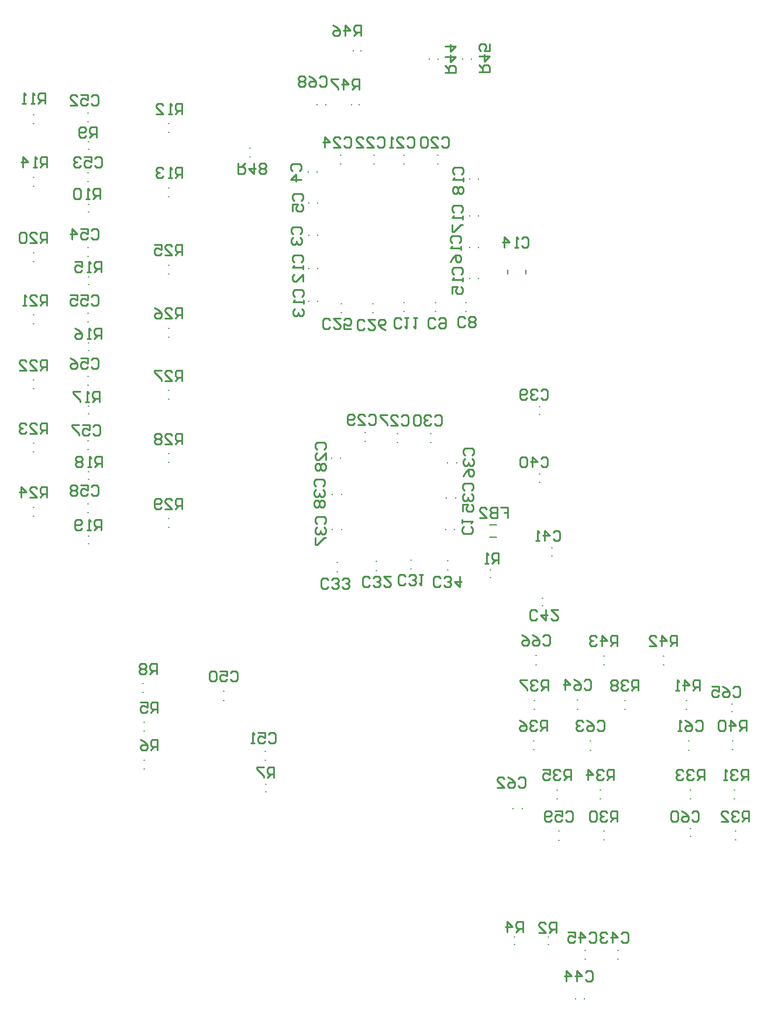
<source format=gbo>
%FSTAX23Y23*%
%MOIN*%
%SFA1B1*%

%IPPOS*%
%ADD42C,0.010000*%
%ADD47C,0.007874*%
%ADD79C,0.005000*%
%LNpcb_take2-1-1*%
%LPD*%
G54D42*
X0347Y0797D02*
Y0791D01*
X035*
X0351Y0792*
Y0794*
X035Y0795*
X0347*
X0349D02*
X0351Y0797D01*
X03559D02*
Y0791D01*
X0353Y0794*
X03569*
X03589Y0792D02*
X03599Y0791D01*
X03619*
X03629Y0792*
Y0793*
X03619Y0794*
X03629Y0795*
Y0796*
X03619Y0797*
X03599*
X03589Y0796*
Y0795*
X03599Y0794*
X03589Y0793*
Y0792*
X03599Y0794D02*
X03619D01*
X0416Y0839D02*
Y0845D01*
X04131*
X04121Y0844*
Y0842*
X04131Y0841*
X0416*
X04141D02*
X04121Y0839D01*
X04071D02*
Y0845D01*
X04101Y0842*
X04061*
X04041Y0845D02*
X04001D01*
Y0844*
X04041Y084*
Y0839*
X0417Y08695D02*
Y08755D01*
X04141*
X04131Y08745*
Y08725*
X04141Y08715*
X0417*
X04151D02*
X04131Y08695D01*
X04081D02*
Y08755D01*
X04111Y08725*
X04071*
X04011Y08755D02*
X04031Y08745D01*
X04051Y08725*
Y08705*
X04041Y08695*
X04021*
X04011Y08705*
Y08715*
X04021Y08725*
X04051*
X04845Y0849D02*
X04905D01*
Y0852*
X04895Y0853*
X04875*
X04865Y0852*
Y0849*
Y0851D02*
X04845Y0853D01*
Y08579D02*
X04905D01*
X04875Y0855*
Y08589*
X04905Y08649D02*
Y08609D01*
X04875*
X04885Y08629*
Y08639*
X04875Y08649*
X04855*
X04845Y08639*
Y08619*
X04855Y08609*
X0465Y08485D02*
X0471D01*
Y08515*
X047Y08525*
X0468*
X0467Y08515*
Y08485*
Y08505D02*
X0465Y08525D01*
Y08574D02*
X0471D01*
X0468Y08545*
Y08584*
X0465Y08634D02*
X0471D01*
X0468Y08604*
Y08644*
X05632Y05218D02*
Y05277D01*
X05602*
X05593Y05268*
Y05248*
X05602Y05238*
X05632*
X05612D02*
X05593Y05218D01*
X05543D02*
Y05277D01*
X05573Y05248*
X05533*
X05513Y05268D02*
X05503Y05277D01*
X05483*
X05473Y05268*
Y05258*
X05483Y05248*
X05493*
X05483*
X05473Y05238*
Y05228*
X05483Y05218*
X05503*
X05513Y05228*
X05972Y05218D02*
Y05277D01*
X05942*
X05933Y05268*
Y05248*
X05942Y05238*
X05972*
X05952D02*
X05933Y05218D01*
X05883D02*
Y05277D01*
X05913Y05248*
X05873*
X05813Y05218D02*
X05853D01*
X05813Y05258*
Y05268*
X05823Y05277*
X05843*
X05853Y05268*
X06102Y04965D02*
Y05025D01*
X06072*
X06063Y05015*
Y04995*
X06072Y04985*
X06102*
X06082D02*
X06063Y04965D01*
X06013D02*
Y05025D01*
X06043Y04995*
X06003*
X05983Y04965D02*
X05963D01*
X05973*
Y05025*
X05983Y05015*
X06367Y04735D02*
Y04795D01*
X06337*
X06328Y04785*
Y04765*
X06337Y04755*
X06367*
X06347D02*
X06328Y04735D01*
X06278D02*
Y04795D01*
X06308Y04765*
X06268*
X06248Y04785D02*
X06238Y04795D01*
X06218*
X06208Y04785*
Y04745*
X06218Y04735*
X06238*
X06248Y04745*
Y04785*
X05752Y04965D02*
Y05025D01*
X05722*
X05713Y05015*
Y04995*
X05722Y04985*
X05752*
X05732D02*
X05713Y04965D01*
X05693Y05015D02*
X05683Y05025D01*
X05663*
X05653Y05015*
Y05005*
X05663Y04995*
X05673*
X05663*
X05653Y04985*
Y04975*
X05663Y04965*
X05683*
X05693Y04975*
X05633Y05015D02*
X05623Y05025D01*
X05603*
X05593Y05015*
Y05005*
X05603Y04995*
X05593Y04985*
Y04975*
X05603Y04965*
X05623*
X05633Y04975*
Y04985*
X05623Y04995*
X05633Y05005*
Y05015*
X05623Y04995D02*
X05603D01*
X05237Y04965D02*
Y05025D01*
X05207*
X05198Y05015*
Y04995*
X05207Y04985*
X05237*
X05217D02*
X05198Y04965D01*
X05178Y05015D02*
X05168Y05025D01*
X05148*
X05138Y05015*
Y05005*
X05148Y04995*
X05158*
X05148*
X05138Y04985*
Y04975*
X05148Y04965*
X05168*
X05178Y04975*
X05118Y05025D02*
X05078D01*
Y05015*
X05118Y04975*
Y04965*
X05232Y04735D02*
Y04795D01*
X05202*
X05193Y04785*
Y04765*
X05202Y04755*
X05232*
X05212D02*
X05193Y04735D01*
X05173Y04785D02*
X05163Y04795D01*
X05143*
X05133Y04785*
Y04775*
X05143Y04765*
X05153*
X05143*
X05133Y04755*
Y04745*
X05143Y04735*
X05163*
X05173Y04745*
X05073Y04795D02*
X05093Y04785D01*
X05113Y04765*
Y04745*
X05103Y04735*
X05083*
X05073Y04745*
Y04755*
X05083Y04765*
X05113*
X05367Y04455D02*
Y04515D01*
X05337*
X05328Y04505*
Y04485*
X05337Y04475*
X05367*
X05347D02*
X05328Y04455D01*
X05308Y04505D02*
X05298Y04515D01*
X05278*
X05268Y04505*
Y04495*
X05278Y04485*
X05288*
X05278*
X05268Y04475*
Y04465*
X05278Y04455*
X05298*
X05308Y04465*
X05208Y04515D02*
X05248D01*
Y04485*
X05228Y04495*
X05218*
X05208Y04485*
Y04465*
X05218Y04455*
X05238*
X05248Y04465*
X05612Y04455D02*
Y04515D01*
X05582*
X05573Y04505*
Y04485*
X05582Y04475*
X05612*
X05592D02*
X05573Y04455D01*
X05553Y04505D02*
X05543Y04515D01*
X05523*
X05513Y04505*
Y04495*
X05523Y04485*
X05533*
X05523*
X05513Y04475*
Y04465*
X05523Y04455*
X05543*
X05553Y04465*
X05463Y04455D02*
Y04515D01*
X05493Y04485*
X05453*
X06127Y04455D02*
Y04515D01*
X06097*
X06088Y04505*
Y04485*
X06097Y04475*
X06127*
X06107D02*
X06088Y04455D01*
X06068Y04505D02*
X06058Y04515D01*
X06038*
X06028Y04505*
Y04495*
X06038Y04485*
X06048*
X06038*
X06028Y04475*
Y04465*
X06038Y04455*
X06058*
X06068Y04465*
X06008Y04505D02*
X05998Y04515D01*
X05978*
X05968Y04505*
Y04495*
X05978Y04485*
X05988*
X05978*
X05968Y04475*
Y04465*
X05978Y04455*
X05998*
X06008Y04465*
X06382Y0422D02*
Y0428D01*
X06352*
X06343Y0427*
Y0425*
X06352Y0424*
X06382*
X06362D02*
X06343Y0422D01*
X06323Y0427D02*
X06313Y0428D01*
X06293*
X06283Y0427*
Y0426*
X06293Y0425*
X06303*
X06293*
X06283Y0424*
Y0423*
X06293Y0422*
X06313*
X06323Y0423*
X06223Y0422D02*
X06263D01*
X06223Y0426*
Y0427*
X06233Y0428*
X06253*
X06263Y0427*
X06377Y04455D02*
Y04515D01*
X06347*
X06338Y04505*
Y04485*
X06347Y04475*
X06377*
X06357D02*
X06338Y04455D01*
X06318Y04505D02*
X06308Y04515D01*
X06288*
X06278Y04505*
Y04495*
X06288Y04485*
X06298*
X06288*
X06278Y04475*
Y04465*
X06288Y04455*
X06308*
X06318Y04465*
X06258Y04455D02*
X06238D01*
X06248*
Y04515*
X06258Y04505*
X05632Y0422D02*
Y0428D01*
X05602*
X05593Y0427*
Y0425*
X05602Y0424*
X05632*
X05612D02*
X05593Y0422D01*
X05573Y0427D02*
X05563Y0428D01*
X05543*
X05533Y0427*
Y0426*
X05543Y0425*
X05553*
X05543*
X05533Y0424*
Y0423*
X05543Y0422*
X05563*
X05573Y0423*
X05513Y0427D02*
X05503Y0428D01*
X05483*
X05473Y0427*
Y0423*
X05483Y0422*
X05503*
X05513Y0423*
Y0427*
X03152Y06D02*
Y0606D01*
X03122*
X03113Y0605*
Y0603*
X03122Y0602*
X03152*
X03132D02*
X03113Y06D01*
X03053D02*
X03093D01*
X03053Y0604*
Y0605*
X03063Y0606*
X03083*
X03093Y0605*
X03033Y0601D02*
X03023Y06D01*
X03003*
X02993Y0601*
Y0605*
X03003Y0606*
X03023*
X03033Y0605*
Y0604*
X03023Y0603*
X02993*
X03152Y0637D02*
Y0643D01*
X03122*
X03113Y0642*
Y064*
X03122Y0639*
X03152*
X03132D02*
X03113Y0637D01*
X03053D02*
X03093D01*
X03053Y0641*
Y0642*
X03063Y0643*
X03083*
X03093Y0642*
X03033D02*
X03023Y0643D01*
X03003*
X02993Y0642*
Y0641*
X03003Y064*
X02993Y0639*
Y0638*
X03003Y0637*
X03023*
X03033Y0638*
Y0639*
X03023Y064*
X03033Y0641*
Y0642*
X03023Y064D02*
X03003D01*
X03152Y0673D02*
Y0679D01*
X03122*
X03113Y0678*
Y0676*
X03122Y0675*
X03152*
X03132D02*
X03113Y0673D01*
X03053D02*
X03093D01*
X03053Y0677*
Y0678*
X03063Y0679*
X03083*
X03093Y0678*
X03033Y0679D02*
X02993D01*
Y0678*
X03033Y0674*
Y0673*
X03152Y07085D02*
Y07145D01*
X03122*
X03113Y07135*
Y07115*
X03122Y07105*
X03152*
X03132D02*
X03113Y07085D01*
X03053D02*
X03093D01*
X03053Y07125*
Y07135*
X03063Y07145*
X03083*
X03093Y07135*
X02993Y07145D02*
X03013Y07135D01*
X03033Y07115*
Y07095*
X03023Y07085*
X03003*
X02993Y07095*
Y07105*
X03003Y07115*
X03033*
X03152Y07445D02*
Y07505D01*
X03122*
X03113Y07495*
Y07475*
X03122Y07465*
X03152*
X03132D02*
X03113Y07445D01*
X03053D02*
X03093D01*
X03053Y07485*
Y07495*
X03063Y07505*
X03083*
X03093Y07495*
X02993Y07505D02*
X03033D01*
Y07475*
X03013Y07485*
X03003*
X02993Y07475*
Y07455*
X03003Y07445*
X03023*
X03033Y07455*
X02382Y06065D02*
Y06125D01*
X02352*
X02343Y06115*
Y06095*
X02352Y06085*
X02382*
X02362D02*
X02343Y06065D01*
X02283D02*
X02323D01*
X02283Y06105*
Y06115*
X02293Y06125*
X02313*
X02323Y06115*
X02233Y06065D02*
Y06125D01*
X02263Y06095*
X02223*
X02382Y0643D02*
Y0649D01*
X02352*
X02343Y0648*
Y0646*
X02352Y0645*
X02382*
X02362D02*
X02343Y0643D01*
X02283D02*
X02323D01*
X02283Y0647*
Y0648*
X02293Y0649*
X02313*
X02323Y0648*
X02263D02*
X02253Y0649D01*
X02233*
X02223Y0648*
Y0647*
X02233Y0646*
X02243*
X02233*
X02223Y0645*
Y0644*
X02233Y0643*
X02253*
X02263Y0644*
X02382Y0679D02*
Y0685D01*
X02352*
X02343Y0684*
Y0682*
X02352Y0681*
X02382*
X02362D02*
X02343Y0679D01*
X02283D02*
X02323D01*
X02283Y0683*
Y0684*
X02293Y0685*
X02313*
X02323Y0684*
X02223Y0679D02*
X02263D01*
X02223Y0683*
Y0684*
X02233Y0685*
X02253*
X02263Y0684*
X02382Y0716D02*
Y0722D01*
X02352*
X02343Y0721*
Y0719*
X02352Y0718*
X02382*
X02362D02*
X02343Y0716D01*
X02283D02*
X02323D01*
X02283Y072*
Y0721*
X02293Y0722*
X02313*
X02323Y0721*
X02263Y0716D02*
X02243D01*
X02253*
Y0722*
X02263Y0721*
X02382Y07515D02*
Y07575D01*
X02352*
X02343Y07565*
Y07545*
X02352Y07535*
X02382*
X02362D02*
X02343Y07515D01*
X02283D02*
X02323D01*
X02283Y07555*
Y07565*
X02293Y07575*
X02313*
X02323Y07565*
X02263D02*
X02253Y07575D01*
X02233*
X02223Y07565*
Y07525*
X02233Y07515*
X02253*
X02263Y07525*
Y07565*
X0269Y0588D02*
Y0594D01*
X0266*
X0265Y0593*
Y0591*
X0266Y059*
X0269*
X0267D02*
X0265Y0588D01*
X0263D02*
X0261D01*
X0262*
Y0594*
X0263Y0593*
X0258Y0589D02*
X0257Y0588D01*
X0255*
X0254Y0589*
Y0593*
X0255Y0594*
X0257*
X0258Y0593*
Y0592*
X0257Y0591*
X0254*
X02695Y0624D02*
Y063D01*
X02665*
X02655Y0629*
Y0627*
X02665Y0626*
X02695*
X02675D02*
X02655Y0624D01*
X02635D02*
X02615D01*
X02625*
Y063*
X02635Y0629*
X02585D02*
X02575Y063D01*
X02555*
X02545Y0629*
Y0628*
X02555Y0627*
X02545Y0626*
Y0625*
X02555Y0624*
X02575*
X02585Y0625*
Y0626*
X02575Y0627*
X02585Y0628*
Y0629*
X02575Y0627D02*
X02555D01*
X0268Y0661D02*
Y0667D01*
X0265*
X0264Y0666*
Y0664*
X0265Y0663*
X0268*
X0266D02*
X0264Y0661D01*
X0262D02*
X026D01*
X0261*
Y0667*
X0262Y0666*
X0257Y0667D02*
X0253D01*
Y0666*
X0257Y0662*
Y0661*
X0269Y0697D02*
Y0703D01*
X0266*
X0265Y0702*
Y07*
X0266Y0699*
X0269*
X0267D02*
X0265Y0697D01*
X0263D02*
X0261D01*
X0262*
Y0703*
X0263Y0702*
X0254Y0703D02*
X0256Y0702D01*
X0258Y07*
Y0698*
X0257Y0697*
X0255*
X0254Y0698*
Y0699*
X0255Y07*
X0258*
X0269Y0735D02*
Y0741D01*
X0266*
X0265Y074*
Y0738*
X0266Y0737*
X0269*
X0267D02*
X0265Y0735D01*
X0263D02*
X0261D01*
X0262*
Y0741*
X0263Y074*
X0254Y0741D02*
X0258D01*
Y0738*
X0256Y0739*
X0255*
X0254Y0738*
Y0736*
X0255Y0735*
X0257*
X0258Y0736*
X02382Y07945D02*
Y08005D01*
X02352*
X02343Y07995*
Y07975*
X02352Y07965*
X02382*
X02362D02*
X02343Y07945D01*
X02323D02*
X02303D01*
X02313*
Y08005*
X02323Y07995*
X02243Y07945D02*
Y08005D01*
X02273Y07975*
X02233*
X03152Y07885D02*
Y07945D01*
X03122*
X03113Y07935*
Y07915*
X03122Y07905*
X03152*
X03132D02*
X03113Y07885D01*
X03093D02*
X03073D01*
X03083*
Y07945*
X03093Y07935*
X03043D02*
X03033Y07945D01*
X03013*
X03003Y07935*
Y07925*
X03013Y07915*
X03023*
X03013*
X03003Y07905*
Y07895*
X03013Y07885*
X03033*
X03043Y07895*
X03152Y0825D02*
Y0831D01*
X03122*
X03113Y083*
Y0828*
X03122Y0827*
X03152*
X03132D02*
X03113Y0825D01*
X03093D02*
X03073D01*
X03083*
Y0831*
X03093Y083*
X03003Y0825D02*
X03043D01*
X03003Y0829*
Y083*
X03013Y0831*
X03033*
X03043Y083*
X0237Y0831D02*
Y0837D01*
X0234*
X0233Y0836*
Y0834*
X0234Y0833*
X0237*
X0235D02*
X0233Y0831D01*
X0231D02*
X0229D01*
X023*
Y0837*
X0231Y0836*
X0226Y0831D02*
X0224D01*
X0225*
Y0837*
X0226Y0836*
X02685Y07765D02*
Y07825D01*
X02655*
X02645Y07815*
Y07795*
X02655Y07785*
X02685*
X02665D02*
X02645Y07765D01*
X02625D02*
X02605D01*
X02615*
Y07825*
X02625Y07815*
X02575D02*
X02565Y07825D01*
X02545*
X02535Y07815*
Y07775*
X02545Y07765*
X02565*
X02575Y07775*
Y07815*
X02665Y08115D02*
Y08175D01*
X02635*
X02625Y08165*
Y08145*
X02635Y08135*
X02665*
X02645D02*
X02625Y08115D01*
X02605Y08125D02*
X02595Y08115D01*
X02575*
X02565Y08125*
Y08165*
X02575Y08175*
X02595*
X02605Y08165*
Y08155*
X02595Y08145*
X02565*
X03007Y0506D02*
Y0512D01*
X02977*
X02968Y0511*
Y0509*
X02977Y0508*
X03007*
X02987D02*
X02968Y0506D01*
X02948Y0511D02*
X02938Y0512D01*
X02918*
X02908Y0511*
Y051*
X02918Y0509*
X02908Y0508*
Y0507*
X02918Y0506*
X02938*
X02948Y0507*
Y0508*
X02938Y0509*
X02948Y051*
Y0511*
X02938Y0509D02*
X02918D01*
X03675Y0447D02*
Y0453D01*
X03646*
X03636Y0452*
Y045*
X03646Y0449*
X03675*
X03656D02*
X03636Y0447D01*
X03616Y0453D02*
X03576D01*
Y0452*
X03616Y0448*
Y0447*
X03012Y04625D02*
Y04685D01*
X02982*
X02973Y04675*
Y04655*
X02982Y04645*
X03012*
X02992D02*
X02973Y04625D01*
X02913Y04685D02*
X02933Y04675D01*
X02953Y04655*
Y04635*
X02943Y04625*
X02923*
X02913Y04635*
Y04645*
X02923Y04655*
X02953*
X03012Y0484D02*
Y049D01*
X02982*
X02973Y0489*
Y0487*
X02982Y0486*
X03012*
X02992D02*
X02973Y0484D01*
X02913Y049D02*
X02953D01*
Y0487*
X02933Y0488*
X02923*
X02913Y0487*
Y0485*
X02923Y0484*
X02943*
X02953Y0485*
X05095Y0359D02*
Y0365D01*
X05065*
X05055Y0364*
Y0362*
X05065Y0361*
X05095*
X05075D02*
X05055Y0359D01*
X05005D02*
Y0365D01*
X05035Y0362*
X04995*
X05285Y03585D02*
Y03645D01*
X05255*
X05245Y03635*
Y03615*
X05255Y03605*
X05285*
X05265D02*
X05245Y03585D01*
X05185D02*
X05225D01*
X05185Y03625*
Y03635*
X05195Y03645*
X05215*
X05225Y03635*
X04955Y0569D02*
Y0575D01*
X04926*
X04916Y0574*
Y0572*
X04926Y0571*
X04955*
X04936D02*
X04916Y0569D01*
X04896D02*
X04876D01*
X04886*
Y0575*
X04896Y0574*
X04968Y0601D02*
X05007D01*
Y0598*
X04987*
X05007*
Y0595*
X04948Y0601D02*
Y0595D01*
X04918*
X04908Y0596*
Y0597*
X04918Y0598*
X04948*
X04918*
X04908Y0599*
Y06*
X04918Y0601*
X04948*
X04848Y0595D02*
X04888D01*
X04848Y0599*
Y06*
X04858Y0601*
X04878*
X04888Y06*
X03935Y08455D02*
X03945Y08465D01*
X03965*
X03975Y08455*
Y08415*
X03965Y08405*
X03945*
X03935Y08415*
X03875Y08465D02*
X03895Y08455D01*
X03915Y08435*
Y08415*
X03905Y08405*
X03885*
X03875Y08415*
Y08425*
X03885Y08435*
X03915*
X03855Y08455D02*
X03845Y08465D01*
X03825*
X03815Y08455*
Y08445*
X03825Y08435*
X03815Y08425*
Y08415*
X03825Y08405*
X03845*
X03855Y08415*
Y08425*
X03845Y08435*
X03855Y08445*
Y08455*
X03845Y08435D02*
X03825D01*
X06291Y04979D02*
X06301Y04989D01*
X0632*
X0633Y04979*
Y04939*
X0632Y04929*
X06301*
X06291Y04939*
X06231Y04989D02*
X06251Y04979D01*
X06271Y04959*
Y04939*
X06261Y04929*
X06241*
X06231Y04939*
Y04949*
X06241Y04959*
X06271*
X06171Y04989D02*
X06211D01*
Y04959*
X06191Y04969*
X06181*
X06171Y04959*
Y04939*
X06181Y04929*
X06201*
X06211Y04939*
X05443Y05018D02*
X05452Y05028D01*
X05472*
X05482Y05018*
Y04978*
X05472Y04968*
X05452*
X05443Y04978*
X05383Y05028D02*
X05403Y05018D01*
X05423Y04998*
Y04978*
X05413Y04968*
X05393*
X05383Y04978*
Y04988*
X05393Y04998*
X05423*
X05333Y04968D02*
Y05028D01*
X05363Y04998*
X05323*
X06078Y04785D02*
X06087Y04795D01*
X06107*
X06117Y04785*
Y04745*
X06107Y04735*
X06087*
X06078Y04745*
X06018Y04795D02*
X06038Y04785D01*
X06058Y04765*
Y04745*
X06048Y04735*
X06028*
X06018Y04745*
Y04755*
X06028Y04765*
X06058*
X05998Y04735D02*
X05978D01*
X05988*
Y04795*
X05998Y04785*
X06056Y04269D02*
X06066Y04279D01*
X06085*
X06095Y04269*
Y04229*
X06085Y04219*
X06066*
X06056Y04229*
X05996Y04279D02*
X06016Y04269D01*
X06036Y04249*
Y04229*
X06026Y04219*
X06006*
X05996Y04229*
Y04239*
X06006Y04249*
X06036*
X05976Y04269D02*
X05966Y04279D01*
X05946*
X05936Y04269*
Y04229*
X05946Y04219*
X05966*
X05976Y04229*
Y04269*
X05338Y0427D02*
X05347Y0428D01*
X05367*
X05377Y0427*
Y0423*
X05367Y0422*
X05347*
X05338Y0423*
X05278Y0428D02*
X05318D01*
Y0425*
X05298Y0426*
X05288*
X05278Y0425*
Y0423*
X05288Y0422*
X05308*
X05318Y0423*
X05258D02*
X05248Y0422D01*
X05228*
X05218Y0423*
Y0427*
X05228Y0428*
X05248*
X05258Y0427*
Y0426*
X05248Y0425*
X05218*
X02635Y06125D02*
X02645Y06135D01*
X02665*
X02675Y06125*
Y06085*
X02665Y06075*
X02645*
X02635Y06085*
X02575Y06135D02*
X02615D01*
Y06105*
X02595Y06115*
X02585*
X02575Y06105*
Y06085*
X02585Y06075*
X02605*
X02615Y06085*
X02555Y06125D02*
X02545Y06135D01*
X02525*
X02515Y06125*
Y06115*
X02525Y06105*
X02515Y06095*
Y06085*
X02525Y06075*
X02545*
X02555Y06085*
Y06095*
X02545Y06105*
X02555Y06115*
Y06125*
X02545Y06105D02*
X02525D01*
X02645Y0647D02*
X02655Y0648D01*
X02675*
X02685Y0647*
Y0643*
X02675Y0642*
X02655*
X02645Y0643*
X02585Y0648D02*
X02625D01*
Y0645*
X02605Y0646*
X02595*
X02585Y0645*
Y0643*
X02595Y0642*
X02615*
X02625Y0643*
X02565Y0648D02*
X02525D01*
Y0647*
X02565Y0643*
Y0642*
X02635Y0685D02*
X02645Y0686D01*
X02665*
X02675Y0685*
Y0681*
X02665Y068*
X02645*
X02635Y0681*
X02575Y0686D02*
X02615D01*
Y0683*
X02595Y0684*
X02585*
X02575Y0683*
Y0681*
X02585Y068*
X02605*
X02615Y0681*
X02515Y0686D02*
X02535Y0685D01*
X02555Y0683*
Y0681*
X02545Y068*
X02525*
X02515Y0681*
Y0682*
X02525Y0683*
X02555*
X02635Y0721D02*
X02645Y0722D01*
X02665*
X02675Y0721*
Y0717*
X02665Y0716*
X02645*
X02635Y0717*
X02575Y0722D02*
X02615D01*
Y0719*
X02595Y072*
X02585*
X02575Y0719*
Y0717*
X02585Y0716*
X02605*
X02615Y0717*
X02515Y0722D02*
X02555D01*
Y0719*
X02535Y072*
X02525*
X02515Y0719*
Y0717*
X02525Y0716*
X02545*
X02555Y0717*
X02635Y07585D02*
X02645Y07595D01*
X02665*
X02675Y07585*
Y07545*
X02665Y07535*
X02645*
X02635Y07545*
X02575Y07595D02*
X02615D01*
Y07565*
X02595Y07575*
X02585*
X02575Y07565*
Y07545*
X02585Y07535*
X02605*
X02615Y07545*
X02525Y07535D02*
Y07595D01*
X02555Y07565*
X02515*
X02655Y07995D02*
X02665Y08005D01*
X02685*
X02695Y07995*
Y07955*
X02685Y07945*
X02665*
X02655Y07955*
X02595Y08005D02*
X02635D01*
Y07975*
X02615Y07985*
X02605*
X02595Y07975*
Y07955*
X02605Y07945*
X02625*
X02635Y07955*
X02575Y07995D02*
X02565Y08005D01*
X02545*
X02535Y07995*
Y07985*
X02545Y07975*
X02555*
X02545*
X02535Y07965*
Y07955*
X02545Y07945*
X02565*
X02575Y07955*
X02635Y0835D02*
X02645Y0836D01*
X02665*
X02675Y0835*
Y0831*
X02665Y083*
X02645*
X02635Y0831*
X02575Y0836D02*
X02615D01*
Y0833*
X02595Y0834*
X02585*
X02575Y0833*
Y0831*
X02585Y083*
X02605*
X02615Y0831*
X02515Y083D02*
X02555D01*
X02515Y0834*
Y0835*
X02525Y0836*
X02545*
X02555Y0835*
X03645Y04715D02*
X03655Y04725D01*
X03675*
X03685Y04715*
Y04675*
X03675Y04665*
X03655*
X03645Y04675*
X03585Y04725D02*
X03625D01*
Y04695*
X03605Y04705*
X03595*
X03585Y04695*
Y04675*
X03595Y04665*
X03615*
X03625Y04675*
X03565Y04665D02*
X03545D01*
X03555*
Y04725*
X03565Y04715*
X03428Y05066D02*
X03437Y05076D01*
X03457*
X03467Y05066*
Y05027*
X03457Y05017*
X03437*
X03428Y05027*
X03368Y05076D02*
X03408D01*
Y05047*
X03388Y05056*
X03378*
X03368Y05047*
Y05027*
X03378Y05017*
X03398*
X03408Y05027*
X03348Y05066D02*
X03338Y05076D01*
X03318*
X03308Y05066*
Y05027*
X03318Y05017*
X03338*
X03348Y05027*
Y05066*
X0547Y0358D02*
X0548Y0359D01*
X055*
X0551Y0358*
Y0354*
X055Y0353*
X0548*
X0547Y0354*
X0542Y0353D02*
Y0359D01*
X0545Y0356*
X0541*
X0535Y0359D02*
X0539D01*
Y0356*
X0537Y0357*
X0536*
X0535Y0356*
Y0354*
X0536Y0353*
X0538*
X0539Y0354*
X0545Y0336D02*
X0546Y0337D01*
X0548*
X0549Y0336*
Y0332*
X0548Y0331*
X0546*
X0545Y0332*
X054Y0331D02*
Y0337D01*
X0543Y0334*
X0539*
X0534Y0331D02*
Y0337D01*
X0537Y0334*
X0533*
X05655Y0358D02*
X05665Y0359D01*
X05685*
X05695Y0358*
Y0354*
X05685Y0353*
X05665*
X05655Y0354*
X05605Y0353D02*
Y0359D01*
X05635Y0356*
X05595*
X05575Y0358D02*
X05565Y0359D01*
X05545*
X05535Y0358*
Y0357*
X05545Y0356*
X05555*
X05545*
X05535Y0355*
Y0354*
X05545Y0353*
X05565*
X05575Y0354*
X05175Y05375D02*
X05165Y05365D01*
X05145*
X05135Y05375*
Y05415*
X05145Y05425*
X05165*
X05175Y05415*
X05224Y05425D02*
Y05365D01*
X05195Y05395*
X05234*
X05294Y05425D02*
X05254D01*
X05294Y05385*
Y05375*
X05284Y05365*
X05264*
X05254Y05375*
X05266Y05866D02*
X05276Y05876D01*
X05295*
X05305Y05866*
Y05827*
X05295Y05817*
X05276*
X05266Y05827*
X05216Y05817D02*
Y05876D01*
X05246Y05847*
X05206*
X05186Y05817D02*
X05166D01*
X05176*
Y05876*
X05186Y05866*
X05196Y06286D02*
X05206Y06296D01*
X05225*
X05235Y06286*
Y06247*
X05225Y06237*
X05206*
X05196Y06247*
X05146Y06237D02*
Y06296D01*
X05176Y06267*
X05136*
X05116Y06286D02*
X05106Y06296D01*
X05086*
X05076Y06286*
Y06247*
X05086Y06237*
X05106*
X05116Y06247*
Y06286*
X05196Y06671D02*
X05206Y06681D01*
X05225*
X05235Y06671*
Y06632*
X05225Y06622*
X05206*
X05196Y06632*
X05176Y06671D02*
X05166Y06681D01*
X05146*
X05136Y06671*
Y06661*
X05146Y06652*
X05156*
X05146*
X05136Y06642*
Y06632*
X05146Y06622*
X05166*
X05176Y06632*
X05116D02*
X05106Y06622D01*
X05086*
X05076Y06632*
Y06671*
X05086Y06681*
X05106*
X05116Y06671*
Y06661*
X05106Y06652*
X05076*
X03915Y0613D02*
X03905Y0614D01*
Y0616*
X03915Y0617*
X03955*
X03965Y0616*
Y0614*
X03955Y0613*
X03915Y0611D02*
X03905Y061D01*
Y0608*
X03915Y0607*
X03925*
X03935Y0608*
Y0609*
Y0608*
X03945Y0607*
X03955*
X03965Y0608*
Y061*
X03955Y0611*
X03915Y0605D02*
X03905Y0604D01*
Y0602*
X03915Y0601*
X03925*
X03935Y0602*
X03945Y0601*
X03955*
X03965Y0602*
Y0604*
X03955Y0605*
X03945*
X03935Y0604*
X03925Y0605*
X03915*
X03935Y0604D02*
Y0602D01*
X0392Y05915D02*
X0391Y05925D01*
Y05945*
X0392Y05955*
X0396*
X0397Y05945*
Y05925*
X0396Y05915*
X0392Y05895D02*
X0391Y05885D01*
Y05865*
X0392Y05855*
X0393*
X0394Y05865*
Y05875*
Y05865*
X0395Y05855*
X0396*
X0397Y05865*
Y05885*
X0396Y05895*
X0391Y05835D02*
Y05795D01*
X0392*
X0396Y05835*
X0397*
X04765Y06305D02*
X04755Y06315D01*
Y06335*
X04765Y06345*
X04805*
X04815Y06335*
Y06315*
X04805Y06305*
X04765Y06285D02*
X04755Y06275D01*
Y06255*
X04765Y06245*
X04775*
X04785Y06255*
Y06265*
Y06255*
X04795Y06245*
X04805*
X04815Y06255*
Y06275*
X04805Y06285*
X04755Y06185D02*
X04765Y06205D01*
X04785Y06225*
X04805*
X04815Y06215*
Y06195*
X04805Y06185*
X04795*
X04785Y06195*
Y06225*
X0476Y06105D02*
X0475Y06115D01*
Y06135*
X0476Y06145*
X048*
X0481Y06135*
Y06115*
X048Y06105*
X0476Y06085D02*
X0475Y06075D01*
Y06055*
X0476Y06045*
X0477*
X0478Y06055*
Y06065*
Y06055*
X0479Y06045*
X048*
X0481Y06055*
Y06075*
X048Y06085*
X0475Y05985D02*
Y06025D01*
X0478*
X0477Y06005*
Y05995*
X0478Y05985*
X048*
X0481Y05995*
Y06015*
X048Y06025*
X04625Y05565D02*
X04615Y05555D01*
X04595*
X04585Y05565*
Y05605*
X04595Y05615*
X04615*
X04625Y05605*
X04645Y05565D02*
X04654Y05555D01*
X04674*
X04684Y05565*
Y05575*
X04674Y05585*
X04664*
X04674*
X04684Y05595*
Y05605*
X04674Y05615*
X04654*
X04645Y05605*
X04734Y05615D02*
Y05555D01*
X04704Y05585*
X04744*
X03985Y05555D02*
X03975Y05545D01*
X03955*
X03945Y05555*
Y05595*
X03955Y05605*
X03975*
X03985Y05595*
X04005Y05555D02*
X04014Y05545D01*
X04034*
X04044Y05555*
Y05565*
X04034Y05575*
X04024*
X04034*
X04044Y05585*
Y05595*
X04034Y05605*
X04014*
X04005Y05595*
X04064Y05555D02*
X04074Y05545D01*
X04094*
X04104Y05555*
Y05565*
X04094Y05575*
X04084*
X04094*
X04104Y05585*
Y05595*
X04094Y05605*
X04074*
X04064Y05595*
X0422Y05565D02*
X0421Y05555D01*
X0419*
X0418Y05565*
Y05605*
X0419Y05615*
X0421*
X0422Y05605*
X0424Y05565D02*
X04249Y05555D01*
X04269*
X04279Y05565*
Y05575*
X04269Y05585*
X04259*
X04269*
X04279Y05595*
Y05605*
X04269Y05615*
X04249*
X0424Y05605*
X04339Y05615D02*
X04299D01*
X04339Y05575*
Y05565*
X04329Y05555*
X04309*
X04299Y05565*
X04425Y05575D02*
X04415Y05565D01*
X04395*
X04385Y05575*
Y05615*
X04395Y05625*
X04415*
X04425Y05615*
X04445Y05575D02*
X04454Y05565D01*
X04474*
X04484Y05575*
Y05585*
X04474Y05595*
X04464*
X04474*
X04484Y05605*
Y05615*
X04474Y05625*
X04454*
X04445Y05615*
X04504Y05625D02*
X04524D01*
X04514*
Y05565*
X04504Y05575*
X0459Y06525D02*
X046Y06535D01*
X0462*
X0463Y06525*
Y06485*
X0462Y06475*
X046*
X0459Y06485*
X0457Y06525D02*
X0456Y06535D01*
X0454*
X0453Y06525*
Y06515*
X0454Y06505*
X0455*
X0454*
X0453Y06495*
Y06485*
X0454Y06475*
X0456*
X0457Y06485*
X0451Y06525D02*
X045Y06535D01*
X0448*
X0447Y06525*
Y06485*
X0448Y06475*
X045*
X0451Y06485*
Y06525*
X04215Y0653D02*
X04225Y0654D01*
X04245*
X04255Y0653*
Y0649*
X04245Y0648*
X04225*
X04215Y0649*
X04155Y0648D02*
X04195D01*
X04155Y0652*
Y0653*
X04165Y0654*
X04185*
X04195Y0653*
X04135Y0649D02*
X04125Y0648D01*
X04105*
X04095Y0649*
Y0653*
X04105Y0654*
X04125*
X04135Y0653*
Y0652*
X04125Y0651*
X04095*
X03921Y0634D02*
X03911Y0635D01*
Y0637*
X03921Y0638*
X03961*
X03971Y0637*
Y0635*
X03961Y0634*
X03971Y0628D02*
Y0632D01*
X03931Y0628*
X03921*
X03911Y0629*
Y0631*
X03921Y0632*
Y0626D02*
X03911Y0625D01*
Y0623*
X03921Y0622*
X03931*
X03941Y0623*
X03951Y0622*
X03961*
X03971Y0623*
Y0625*
X03961Y0626*
X03951*
X03941Y0625*
X03931Y0626*
X03921*
X03941Y0625D02*
Y0623D01*
X044Y06525D02*
X0441Y06535D01*
X0443*
X0444Y06525*
Y06485*
X0443Y06475*
X0441*
X044Y06485*
X0434Y06475D02*
X0438D01*
X0434Y06515*
Y06525*
X0435Y06535*
X0437*
X0438Y06525*
X0432Y06535D02*
X0428D01*
Y06525*
X0432Y06485*
Y06475*
X04191Y0703D02*
X04181Y0702D01*
X04161*
X04151Y0703*
Y0707*
X04161Y0708*
X04181*
X04191Y0707*
X04251Y0708D02*
X04211D01*
X04251Y0704*
Y0703*
X04241Y0702*
X04221*
X04211Y0703*
X04311Y0702D02*
X04291Y0703D01*
X04271Y0705*
Y0707*
X04281Y0708*
X04301*
X04311Y0707*
Y0706*
X04301Y0705*
X04271*
X03995Y07035D02*
X03985Y07025D01*
X03965*
X03955Y07035*
Y07075*
X03965Y07085*
X03985*
X03995Y07075*
X04054Y07085D02*
X04015D01*
X04054Y07045*
Y07035*
X04044Y07025*
X04024*
X04015Y07035*
X04114Y07025D02*
X04074D01*
Y07055*
X04094Y07045*
X04104*
X04114Y07055*
Y07075*
X04104Y07085*
X04084*
X04074Y07075*
X04075Y0811D02*
X04085Y0812D01*
X04105*
X04115Y0811*
Y0807*
X04105Y0806*
X04085*
X04075Y0807*
X04015Y0806D02*
X04055D01*
X04015Y081*
Y0811*
X04025Y0812*
X04045*
X04055Y0811*
X03965Y0806D02*
Y0812D01*
X03995Y0809*
X03955*
X04265Y0811D02*
X04275Y0812D01*
X04295*
X04305Y0811*
Y0807*
X04295Y0806*
X04275*
X04265Y0807*
X04205Y0806D02*
X04245D01*
X04205Y081*
Y0811*
X04215Y0812*
X04235*
X04245Y0811*
X04145Y0806D02*
X04185D01*
X04145Y081*
Y0811*
X04155Y0812*
X04175*
X04185Y0811*
X04435D02*
X04445Y0812D01*
X04465*
X04475Y0811*
Y0807*
X04465Y0806*
X04445*
X04435Y0807*
X04375Y0806D02*
X04415D01*
X04375Y081*
Y0811*
X04385Y0812*
X04405*
X04415Y0811*
X04355Y0806D02*
X04335D01*
X04345*
Y0812*
X04355Y0811*
X0463D02*
X0464Y0812D01*
X0466*
X0467Y0811*
Y0807*
X0466Y0806*
X0464*
X0463Y0807*
X0457Y0806D02*
X0461D01*
X0457Y081*
Y0811*
X0458Y0812*
X046*
X0461Y0811*
X0455D02*
X0454Y0812D01*
X0452*
X0451Y0811*
Y0807*
X0452Y0806*
X0454*
X0455Y0807*
Y0811*
X04705Y07905D02*
X04695Y07915D01*
Y07935*
X04705Y07945*
X04745*
X04755Y07935*
Y07915*
X04745Y07905*
X04755Y07885D02*
Y07865D01*
Y07875*
X04695*
X04705Y07885*
Y07835D02*
X04695Y07825D01*
Y07805*
X04705Y07795*
X04715*
X04725Y07805*
X04735Y07795*
X04745*
X04755Y07805*
Y07825*
X04745Y07835*
X04735*
X04725Y07825*
X04715Y07835*
X04705*
X04725Y07825D02*
Y07805D01*
X047Y0769D02*
X0469Y077D01*
Y0772*
X047Y0773*
X0474*
X0475Y0772*
Y077*
X0474Y0769*
X0475Y0767D02*
Y0765D01*
Y0766*
X0469*
X047Y0767*
X0469Y0762D02*
Y0758D01*
X047*
X0474Y0762*
X0475*
X0469Y07515D02*
X0468Y07525D01*
Y07545*
X0469Y07555*
X0473*
X0474Y07545*
Y07525*
X0473Y07515*
X0474Y07495D02*
Y07475D01*
Y07485*
X0468*
X0469Y07495*
X0468Y07405D02*
X0469Y07425D01*
X0471Y07445*
X0473*
X0474Y07435*
Y07415*
X0473Y07405*
X0472*
X0471Y07415*
Y07445*
X047Y07335D02*
X0469Y07345D01*
Y07365*
X047Y07375*
X0474*
X0475Y07365*
Y07345*
X0474Y07335*
X0475Y07315D02*
Y07295D01*
Y07305*
X0469*
X047Y07315*
X0469Y07225D02*
Y07265D01*
X0472*
X0471Y07245*
Y07235*
X0472Y07225*
X0474*
X0475Y07235*
Y07255*
X0474Y07265*
X05086Y0754D02*
X05096Y0755D01*
X05115*
X05125Y0754*
Y075*
X05115Y0749*
X05096*
X05086Y075*
X05066Y0749D02*
X05046D01*
X05056*
Y0755*
X05066Y0754*
X04986Y0749D02*
Y0755D01*
X05016Y0752*
X04976*
X03795Y0721D02*
X03785Y0722D01*
Y0724*
X03795Y0725*
X03835*
X03845Y0724*
Y0722*
X03835Y0721*
X03845Y0719D02*
Y0717D01*
Y0718*
X03785*
X03795Y0719*
Y0714D02*
X03785Y0713D01*
Y0711*
X03795Y071*
X03805*
X03815Y0711*
Y0712*
Y0711*
X03825Y071*
X03835*
X03845Y0711*
Y0713*
X03835Y0714*
X0379Y07405D02*
X0378Y07415D01*
Y07435*
X0379Y07445*
X0383*
X0384Y07435*
Y07415*
X0383Y07405*
X0384Y07385D02*
Y07365D01*
Y07375*
X0378*
X0379Y07385*
X0384Y07295D02*
Y07335D01*
X038Y07295*
X0379*
X0378Y07305*
Y07325*
X0379Y07335*
X04402Y0704D02*
X04392Y0703D01*
X04372*
X04362Y0704*
Y0708*
X04372Y0709*
X04392*
X04402Y0708*
X04422Y0709D02*
X04442D01*
X04432*
Y0703*
X04422Y0704*
X04472Y0709D02*
X04492D01*
X04482*
Y0703*
X04472Y0704*
X04593D02*
X04583Y0703D01*
X04563*
X04553Y0704*
Y0708*
X04563Y0709*
X04583*
X04593Y0708*
X04613D02*
X04623Y0709D01*
X04643*
X04653Y0708*
Y0704*
X04643Y0703*
X04623*
X04613Y0704*
Y0705*
X04623Y0706*
X04653*
X04765Y07045D02*
X04755Y07035D01*
X04735*
X04725Y07045*
Y07085*
X04735Y07095*
X04755*
X04765Y07085*
X04785Y07045D02*
X04794Y07035D01*
X04814*
X04824Y07045*
Y07055*
X04814Y07065*
X04824Y07075*
Y07085*
X04814Y07095*
X04794*
X04785Y07085*
Y07075*
X04794Y07065*
X04785Y07055*
Y07045*
X04794Y07065D02*
X04814D01*
X0379Y07755D02*
X0378Y07765D01*
Y07785*
X0379Y07795*
X0383*
X0384Y07785*
Y07765*
X0383Y07755*
X0378Y07695D02*
Y07735D01*
X0381*
X038Y07715*
Y07705*
X0381Y07695*
X0383*
X0384Y07705*
Y07725*
X0383Y07735*
X0378Y07925D02*
X0377Y07935D01*
Y07955*
X0378Y07965*
X0382*
X0383Y07955*
Y07935*
X0382Y07925*
X0383Y07875D02*
X0377D01*
X038Y07905*
Y07865*
X03785Y07565D02*
X03775Y07575D01*
Y07595*
X03785Y07605*
X03825*
X03835Y07595*
Y07575*
X03825Y07565*
X03785Y07545D02*
X03775Y07535D01*
Y07515*
X03785Y07505*
X03795*
X03805Y07515*
Y07525*
Y07515*
X03815Y07505*
X03825*
X03835Y07515*
Y07535*
X03825Y07545*
X04796Y059D02*
X04806Y0589D01*
Y0587*
X04796Y0586*
X04756*
X04746Y0587*
Y0589*
X04756Y059*
X04746Y0592D02*
Y05939D01*
Y05929*
X04806*
X04796Y0592*
X05208Y05271D02*
X05217Y05281D01*
X05237*
X05247Y05271*
Y05232*
X05237Y05222*
X05217*
X05208Y05232*
X05148Y05281D02*
X05168Y05271D01*
X05188Y05252*
Y05232*
X05178Y05222*
X05158*
X05148Y05232*
Y05242*
X05158Y05252*
X05188*
X05088Y05281D02*
X05108Y05271D01*
X05128Y05252*
Y05232*
X05118Y05222*
X05098*
X05088Y05232*
Y05242*
X05098Y05252*
X05128*
X05518Y04785D02*
X05527Y04795D01*
X05547*
X05557Y04785*
Y04745*
X05547Y04735*
X05527*
X05518Y04745*
X05458Y04795D02*
X05478Y04785D01*
X05498Y04765*
Y04745*
X05488Y04735*
X05468*
X05458Y04745*
Y04755*
X05468Y04765*
X05498*
X05438Y04785D02*
X05428Y04795D01*
X05408*
X05398Y04785*
Y04775*
X05408Y04765*
X05418*
X05408*
X05398Y04755*
Y04745*
X05408Y04735*
X05428*
X05438Y04745*
X05067Y04462D02*
X05077Y04472D01*
X05097*
X05107Y04462*
Y04422*
X05097Y04412*
X05077*
X05067Y04422*
X05007Y04472D02*
X05027Y04462D01*
X05047Y04442*
Y04422*
X05037Y04412*
X05017*
X05007Y04422*
Y04432*
X05017Y04442*
X05047*
X04947Y04412D02*
X04987D01*
X04947Y04452*
Y04462*
X04957Y04472*
X04977*
X04987Y04462*
G54D47*
X06303Y04114D02*
X06306D01*
X06303Y04165D02*
X06306D01*
X06298Y04349D02*
X06301D01*
X06298Y044D02*
X06301D01*
X06283Y04844D02*
X06286D01*
X06283Y04889D02*
X06286D01*
X05478Y04626D02*
X05481D01*
X05478Y04679D02*
X05481D01*
X05673Y0491D02*
X05676D01*
X05673Y04859D02*
X05676D01*
X06288Y04629D02*
X06291D01*
X06288Y0468D02*
X06291D01*
X06048Y04135D02*
X06051D01*
X06048Y0418D02*
X06051D01*
X06048Y044D02*
X06051D01*
X06048Y04349D02*
X06051D01*
X06038Y04626D02*
X06041D01*
X06038Y04679D02*
X06041D01*
X06023Y04859D02*
X06026D01*
X06023Y0491D02*
X06026D01*
X05893Y05112D02*
X05896D01*
X05893Y05163D02*
X05896D01*
X05553Y04114D02*
X05556D01*
X05553Y04165D02*
X05556D01*
X05533Y044D02*
X05536D01*
X05533Y04349D02*
X05536D01*
X05403Y04913D02*
X05406D01*
X05403Y0486D02*
X05406D01*
X05553Y05112D02*
X05556D01*
X05553Y05163D02*
X05556D01*
X05298Y04111D02*
X05301D01*
X05298Y04164D02*
X05301D01*
X05288Y04349D02*
X05291D01*
X05288Y044D02*
X05291D01*
X05153Y04629D02*
X05156D01*
X05153Y0468D02*
X05156D01*
X05158Y04859D02*
X05161D01*
X05158Y0491D02*
X05161D01*
X05168Y05166D02*
X05171D01*
X05168Y05113D02*
X05171D01*
X05038Y04293D02*
Y04296D01*
X05091Y04293D02*
Y04296D01*
X04053Y07965D02*
X04056D01*
X04053Y08014D02*
X04056D01*
X04243D02*
X04246D01*
X04243Y07965D02*
X04246D01*
X04413Y08014D02*
X04416D01*
X04413Y07965D02*
X04416D01*
X04608Y08014D02*
X04611D01*
X04608Y07965D02*
X04611D01*
X05111Y07338D02*
Y07361D01*
X05008Y07338D02*
Y07361D01*
X04908Y05651D02*
X04911D01*
X04908Y05608D02*
X04911D01*
X04568Y0638D02*
X04571D01*
X04568Y06429D02*
X04571D01*
X04378D02*
X04381D01*
X04378Y0638D02*
X04381D01*
X04193Y06434D02*
X04196D01*
X04193Y06385D02*
X04196D01*
X0392Y08303D02*
Y08306D01*
X03969Y08303D02*
Y08306D01*
X04161Y08303D02*
Y08306D01*
X04118Y08303D02*
Y08306D01*
X04171Y08608D02*
Y08611D01*
X04128Y08608D02*
Y08611D01*
X05258Y05777D02*
X05261D01*
X05258Y05732D02*
X05261D01*
X05188Y06152D02*
X05191D01*
X05188Y06197D02*
X05191D01*
X05188Y06537D02*
X05191D01*
X05188Y06582D02*
X05191D01*
X03388Y04961D02*
X03391D01*
X03388Y04908D02*
X03391D01*
X02933Y04519D02*
X02936D01*
X02933Y0457D02*
X02936D01*
X02933Y04734D02*
X02936D01*
X02933Y04785D02*
X02936D01*
X02928Y05005D02*
X02931D01*
X02928Y04954D02*
X02931D01*
X03628Y04388D02*
X03631D01*
X03628Y04431D02*
X03631D01*
X03623Y04619D02*
X03626D01*
X03623Y0457D02*
X03626D01*
X03073Y0783D02*
X03076D01*
X03073Y07779D02*
X03076D01*
X03073Y08195D02*
X03076D01*
X03073Y08144D02*
X03076D01*
X03073Y05894D02*
X03076D01*
X03073Y05945D02*
X03076D01*
X03073Y06264D02*
X03076D01*
X03073Y06315D02*
X03076D01*
X03073Y06675D02*
X03076D01*
X03073Y06624D02*
X03076D01*
X03073Y06979D02*
X03076D01*
X03073Y0703D02*
X03076D01*
X03073Y0739D02*
X03076D01*
X03073Y07339D02*
X03076D01*
X02613Y0598D02*
X02616D01*
X02613Y06029D02*
X02616D01*
X02613Y06705D02*
X02616D01*
X02613Y06754D02*
X02616D01*
X02613Y07065D02*
X02616D01*
X02613Y07114D02*
X02616D01*
X02613Y0744D02*
X02616D01*
X02613Y07489D02*
X02616D01*
X02613Y08254D02*
X02616D01*
X02613Y08205D02*
X02616D01*
X02303Y05959D02*
X02306D01*
X02303Y0601D02*
X02306D01*
X02303Y06324D02*
X02306D01*
X02303Y06375D02*
X02306D01*
X02303Y06684D02*
X02306D01*
X02303Y06735D02*
X02306D01*
X02303Y07409D02*
X02306D01*
X02303Y0746D02*
X02306D01*
X02303Y07054D02*
X02306D01*
X02303Y07105D02*
X02306D01*
X02303Y07839D02*
X02306D01*
X02303Y0789D02*
X02306D01*
X05448Y03435D02*
X05451D01*
X05448Y03484D02*
X05451D01*
X05633D02*
X05636D01*
X05633Y03435D02*
X05636D01*
X04839Y07668D02*
Y07671D01*
X0479Y07668D02*
Y07671D01*
Y07878D02*
Y07881D01*
X04839Y07878D02*
Y07881D01*
X0479Y07488D02*
Y07491D01*
X04839Y07488D02*
Y07491D01*
Y07313D02*
Y07316D01*
X0479Y07313D02*
Y07316D01*
X04768Y07125D02*
X04771D01*
X04768Y07174D02*
X04771D01*
X04593D02*
X04596D01*
X04593Y07125D02*
X04596D01*
X04413D02*
X04416D01*
X04413Y07174D02*
X04416D01*
X04238Y07169D02*
X04241D01*
X04238Y0712D02*
X04241D01*
X04058D02*
X04061D01*
X04058Y07169D02*
X04061D01*
X03875Y07183D02*
Y07186D01*
X03924Y07183D02*
Y07186D01*
Y07368D02*
Y07371D01*
X03875Y07368D02*
Y07371D01*
Y07558D02*
Y07561D01*
X03924Y07558D02*
Y07561D01*
X03875Y07743D02*
Y07746D01*
X03924Y07743D02*
Y07746D01*
X0387Y07918D02*
Y07921D01*
X03919Y07918D02*
Y07921D01*
X03538Y08004D02*
X03541D01*
X03538Y08055D02*
X03541D01*
X04749Y08563D02*
Y08566D01*
X048Y08563D02*
Y08566D01*
X04559Y08563D02*
Y08566D01*
X0461Y08563D02*
Y08566D01*
X02618Y07736D02*
X02621D01*
X02618Y07693D02*
X02621D01*
X02613Y07914D02*
X02616D01*
X02613Y07865D02*
X02616D01*
X02618Y08091D02*
X02621D01*
X02618Y08048D02*
X02621D01*
X02303Y08194D02*
X02306D01*
X02303Y08245D02*
X02306D01*
X02618Y07278D02*
X02621D01*
X02618Y07321D02*
X02621D01*
X02618Y06903D02*
X02621D01*
X02618Y06946D02*
X02621D01*
X02618Y06543D02*
X02621D01*
X02618Y06586D02*
X02621D01*
X02618Y06168D02*
X02621D01*
X02618Y06211D02*
X02621D01*
X02613Y0634D02*
X02616D01*
X02613Y06389D02*
X02616D01*
X02618Y05803D02*
X02621D01*
X02618Y05846D02*
X02621D01*
X05043Y03518D02*
X05046D01*
X05043Y03561D02*
X05046D01*
X05238D02*
X05241D01*
X05238Y03518D02*
X05241D01*
X05395Y03208D02*
Y03211D01*
X05444Y03208D02*
Y03211D01*
X05203Y05447D02*
X05206D01*
X05203Y05492D02*
X05206D01*
X04033Y05696D02*
X04036D01*
X04033Y05643D02*
X04036D01*
X04258Y05648D02*
X04261D01*
X04258Y05701D02*
X04261D01*
X04453Y0566D02*
X04456D01*
X04453Y05709D02*
X04456D01*
X04663Y05706D02*
X04666D01*
X04663Y05653D02*
X04666D01*
X04716Y06263D02*
Y06266D01*
X04663Y06263D02*
Y06266D01*
X04711Y06063D02*
Y06066D01*
X04658Y06063D02*
Y06066D01*
X04655Y05883D02*
Y05886D01*
X04704Y05883D02*
Y05886D01*
X04008Y05883D02*
Y05886D01*
X04061Y05883D02*
Y05886D01*
X04008Y06083D02*
Y06086D01*
X04061Y06083D02*
Y06086D01*
X04054Y06288D02*
Y06291D01*
X04005Y06288D02*
Y06291D01*
G54D79*
X04905Y0584D02*
X04944D01*
X04905Y0591D02*
X04945D01*
M02*
</source>
